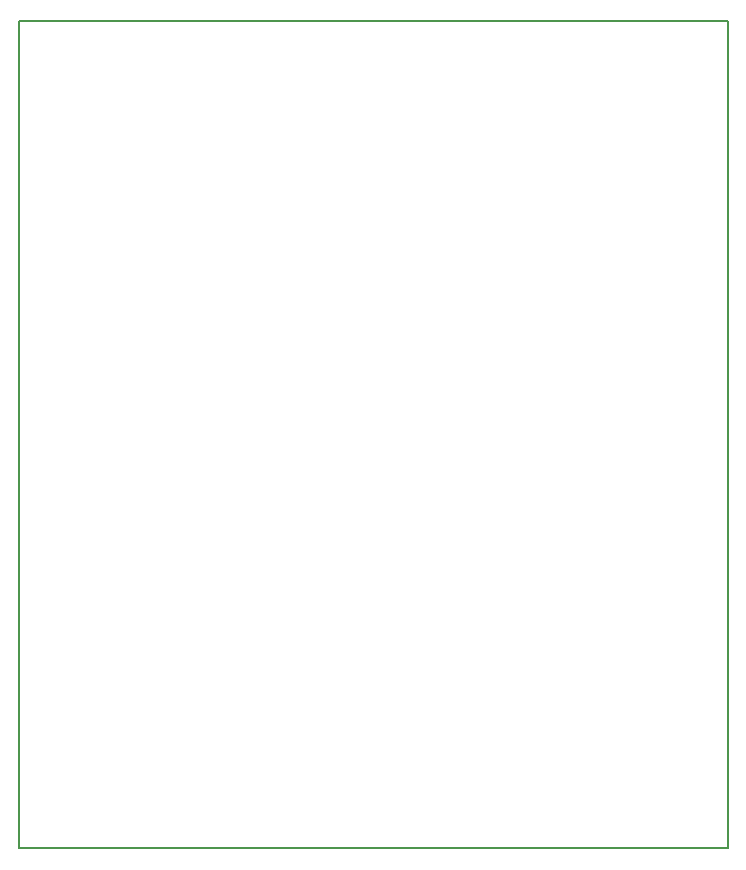
<source format=gbr>
%TF.GenerationSoftware,KiCad,Pcbnew,7.0.10*%
%TF.CreationDate,2024-01-07T12:32:19+09:00*%
%TF.ProjectId,main,6d61696e-2e6b-4696-9361-645f70636258,rev?*%
%TF.SameCoordinates,Original*%
%TF.FileFunction,Profile,NP*%
%FSLAX46Y46*%
G04 Gerber Fmt 4.6, Leading zero omitted, Abs format (unit mm)*
G04 Created by KiCad (PCBNEW 7.0.10) date 2024-01-07 12:32:19*
%MOMM*%
%LPD*%
G01*
G04 APERTURE LIST*
%TA.AperFunction,Profile*%
%ADD10C,0.200000*%
%TD*%
G04 APERTURE END LIST*
D10*
X50000000Y-50000000D02*
X110000000Y-50000000D01*
X110000000Y-120000000D01*
X50000000Y-120000000D01*
X50000000Y-50000000D01*
M02*

</source>
